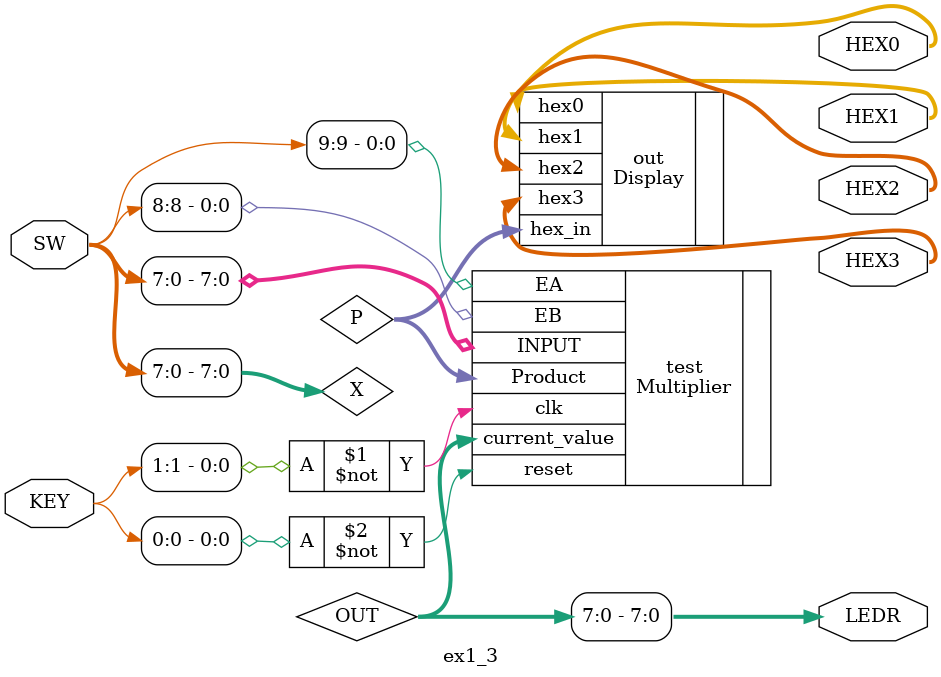
<source format=sv>

	module ex1_3(
			input  logic [9:0] SW,
			input  logic [1:0] KEY,
			output logic [9:0] LEDR,
			output logic [6:0] HEX0, HEX1, HEX2, HEX3
	);
	wire logic [7:0] X, OUT;
	wire logic [15:0] P;
	assign X = SW[7:0];
	assign LEDR[7:0] = OUT;

	Multiplier  test(.INPUT(X), .EA(SW[9]), .EB(SW[8]), .Product(P),  
						  .clk(~KEY[1]), .reset(~KEY[0]),  .current_value(OUT) );

	Display  out(.hex_in(P), .hex0(HEX0), .hex1(HEX1), .hex2(HEX2), .hex3(HEX3) );
	endmodule
</source>
